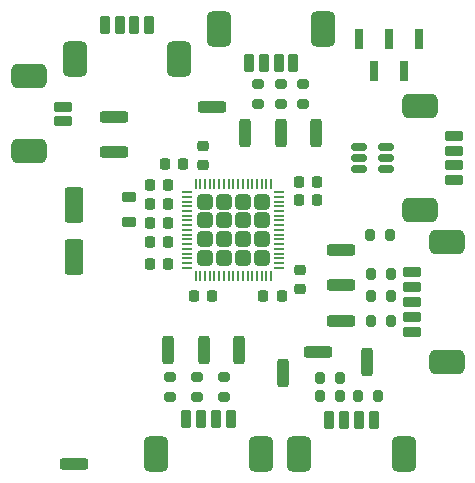
<source format=gbr>
%TF.GenerationSoftware,KiCad,Pcbnew,8.0.5*%
%TF.CreationDate,2024-12-30T22:32:32+01:00*%
%TF.ProjectId,DigitalAudioProcessor,44696769-7461-46c4-9175-64696f50726f,rev?*%
%TF.SameCoordinates,Original*%
%TF.FileFunction,Paste,Top*%
%TF.FilePolarity,Positive*%
%FSLAX46Y46*%
G04 Gerber Fmt 4.6, Leading zero omitted, Abs format (unit mm)*
G04 Created by KiCad (PCBNEW 8.0.5) date 2024-12-30 22:32:32*
%MOMM*%
%LPD*%
G01*
G04 APERTURE LIST*
G04 Aperture macros list*
%AMRoundRect*
0 Rectangle with rounded corners*
0 $1 Rounding radius*
0 $2 $3 $4 $5 $6 $7 $8 $9 X,Y pos of 4 corners*
0 Add a 4 corners polygon primitive as box body*
4,1,4,$2,$3,$4,$5,$6,$7,$8,$9,$2,$3,0*
0 Add four circle primitives for the rounded corners*
1,1,$1+$1,$2,$3*
1,1,$1+$1,$4,$5*
1,1,$1+$1,$6,$7*
1,1,$1+$1,$8,$9*
0 Add four rect primitives between the rounded corners*
20,1,$1+$1,$2,$3,$4,$5,0*
20,1,$1+$1,$4,$5,$6,$7,0*
20,1,$1+$1,$6,$7,$8,$9,0*
20,1,$1+$1,$8,$9,$2,$3,0*%
G04 Aperture macros list end*
%ADD10RoundRect,0.062500X-0.062500X-0.400000X0.062500X-0.400000X0.062500X0.400000X-0.062500X0.400000X0*%
%ADD11RoundRect,0.062500X-0.400000X-0.062500X0.400000X-0.062500X0.400000X0.062500X-0.400000X0.062500X0*%
%ADD12RoundRect,0.249999X-0.395001X-0.395001X0.395001X-0.395001X0.395001X0.395001X-0.395001X0.395001X0*%
%ADD13RoundRect,0.150000X0.512500X0.150000X-0.512500X0.150000X-0.512500X-0.150000X0.512500X-0.150000X0*%
%ADD14RoundRect,0.237500X-0.987500X-0.237500X0.987500X-0.237500X0.987500X0.237500X-0.987500X0.237500X0*%
%ADD15RoundRect,0.237500X-0.237500X0.987500X-0.237500X-0.987500X0.237500X-0.987500X0.237500X0.987500X0*%
%ADD16RoundRect,0.237500X0.237500X-0.987500X0.237500X0.987500X-0.237500X0.987500X-0.237500X-0.987500X0*%
%ADD17RoundRect,0.237500X0.987500X0.237500X-0.987500X0.237500X-0.987500X-0.237500X0.987500X-0.237500X0*%
%ADD18RoundRect,0.200000X-0.200000X-0.275000X0.200000X-0.275000X0.200000X0.275000X-0.200000X0.275000X0*%
%ADD19RoundRect,0.200000X0.200000X0.275000X-0.200000X0.275000X-0.200000X-0.275000X0.200000X-0.275000X0*%
%ADD20RoundRect,0.200000X0.275000X-0.200000X0.275000X0.200000X-0.275000X0.200000X-0.275000X-0.200000X0*%
%ADD21RoundRect,0.200000X-0.275000X0.200000X-0.275000X-0.200000X0.275000X-0.200000X0.275000X0.200000X0*%
%ADD22RoundRect,0.218750X0.381250X-0.218750X0.381250X0.218750X-0.381250X0.218750X-0.381250X-0.218750X0*%
%ADD23RoundRect,0.200000X-0.600000X0.200000X-0.600000X-0.200000X0.600000X-0.200000X0.600000X0.200000X0*%
%ADD24RoundRect,0.525000X-0.975000X0.525000X-0.975000X-0.525000X0.975000X-0.525000X0.975000X0.525000X0*%
%ADD25RoundRect,0.525000X-0.525000X-0.975000X0.525000X-0.975000X0.525000X0.975000X-0.525000X0.975000X0*%
%ADD26RoundRect,0.200000X-0.200000X-0.600000X0.200000X-0.600000X0.200000X0.600000X-0.200000X0.600000X0*%
%ADD27RoundRect,0.525000X0.525000X0.975000X-0.525000X0.975000X-0.525000X-0.975000X0.525000X-0.975000X0*%
%ADD28RoundRect,0.200000X0.200000X0.600000X-0.200000X0.600000X-0.200000X-0.600000X0.200000X-0.600000X0*%
%ADD29RoundRect,0.525000X0.975000X-0.525000X0.975000X0.525000X-0.975000X0.525000X-0.975000X-0.525000X0*%
%ADD30RoundRect,0.200000X0.600000X-0.200000X0.600000X0.200000X-0.600000X0.200000X-0.600000X-0.200000X0*%
%ADD31R,0.650000X1.800000*%
%ADD32RoundRect,0.250000X-0.550000X1.250000X-0.550000X-1.250000X0.550000X-1.250000X0.550000X1.250000X0*%
%ADD33RoundRect,0.225000X0.250000X-0.225000X0.250000X0.225000X-0.250000X0.225000X-0.250000X-0.225000X0*%
%ADD34RoundRect,0.225000X-0.225000X-0.250000X0.225000X-0.250000X0.225000X0.250000X-0.225000X0.250000X0*%
%ADD35RoundRect,0.225000X0.225000X0.250000X-0.225000X0.250000X-0.225000X-0.250000X0.225000X-0.250000X0*%
G04 APERTURE END LIST*
D10*
%TO.C,U3*%
X146500000Y-95112500D03*
X146900000Y-95112500D03*
X147300000Y-95112500D03*
X147700000Y-95112500D03*
X148100000Y-95112500D03*
X148500000Y-95112500D03*
X148900000Y-95112500D03*
X149300000Y-95112500D03*
X149700000Y-95112500D03*
X150100000Y-95112500D03*
X150500000Y-95112500D03*
X150900000Y-95112500D03*
X151300000Y-95112500D03*
X151700000Y-95112500D03*
X152100000Y-95112500D03*
X152500000Y-95112500D03*
X152900000Y-95112500D03*
D11*
X153587500Y-95800000D03*
X153587500Y-96200000D03*
X153587500Y-96600000D03*
X153587500Y-97000000D03*
X153587500Y-97400000D03*
X153587500Y-97800000D03*
X153587500Y-98200000D03*
X153587500Y-98600000D03*
X153587500Y-99000000D03*
X153587500Y-99400000D03*
X153587500Y-99800000D03*
X153587500Y-100200000D03*
X153587500Y-100600000D03*
X153587500Y-101000000D03*
X153587500Y-101400000D03*
X153587500Y-101800000D03*
X153587500Y-102200000D03*
D10*
X152900000Y-102887500D03*
X152500000Y-102887500D03*
X152100000Y-102887500D03*
X151700000Y-102887500D03*
X151300000Y-102887500D03*
X150900000Y-102887500D03*
X150500000Y-102887500D03*
X150100000Y-102887500D03*
X149700000Y-102887500D03*
X149300000Y-102887500D03*
X148900000Y-102887500D03*
X148500000Y-102887500D03*
X148100000Y-102887500D03*
X147700000Y-102887500D03*
X147300000Y-102887500D03*
X146900000Y-102887500D03*
X146500000Y-102887500D03*
D11*
X145812500Y-102200000D03*
X145812500Y-101800000D03*
X145812500Y-101400000D03*
X145812500Y-101000000D03*
X145812500Y-100600000D03*
X145812500Y-100200000D03*
X145812500Y-99800000D03*
X145812500Y-99400000D03*
X145812500Y-99000000D03*
X145812500Y-98600000D03*
X145812500Y-98200000D03*
X145812500Y-97800000D03*
X145812500Y-97400000D03*
X145812500Y-97000000D03*
X145812500Y-96600000D03*
X145812500Y-96200000D03*
X145812500Y-95800000D03*
D12*
X152100000Y-101400000D03*
X152100000Y-99800000D03*
X152100000Y-98200000D03*
X152100000Y-96600000D03*
X150500000Y-101400000D03*
X150500000Y-99800000D03*
X150500000Y-98200000D03*
X150500000Y-96600000D03*
X148900000Y-101400000D03*
X148900000Y-99800000D03*
X148900000Y-98200000D03*
X148900000Y-96600000D03*
X147300000Y-101400000D03*
X147300000Y-99800000D03*
X147300000Y-98200000D03*
X147300000Y-96600000D03*
%TD*%
D13*
%TO.C,U2*%
X160362500Y-93850000D03*
X160362500Y-92900000D03*
X160362500Y-91950000D03*
X162637500Y-91950000D03*
X162637500Y-92900000D03*
X162637500Y-93850000D03*
%TD*%
D14*
%TO.C,TP16*%
X156900000Y-109300000D03*
%TD*%
D15*
%TO.C,TP15*%
X161000000Y-110200000D03*
%TD*%
%TO.C,TP14*%
X153900000Y-111100000D03*
%TD*%
D14*
%TO.C,TP13*%
X139600000Y-92400000D03*
%TD*%
%TO.C,TP12*%
X139600000Y-89400000D03*
%TD*%
%TO.C,TP11*%
X147900000Y-88600000D03*
%TD*%
D16*
%TO.C,TP10*%
X156700000Y-90800000D03*
%TD*%
%TO.C,TP9*%
X150700000Y-90800000D03*
%TD*%
%TO.C,TP8*%
X153700000Y-90800000D03*
%TD*%
D17*
%TO.C,TP7*%
X136200000Y-118800000D03*
%TD*%
D15*
%TO.C,TP6*%
X144200000Y-109200000D03*
%TD*%
%TO.C,TP5*%
X150200000Y-109200000D03*
%TD*%
%TO.C,TP4*%
X147200000Y-109200000D03*
%TD*%
D14*
%TO.C,TP3*%
X158800000Y-106700000D03*
%TD*%
%TO.C,TP2*%
X158800000Y-103700000D03*
%TD*%
%TO.C,TP1*%
X158800000Y-100700000D03*
%TD*%
D18*
%TO.C,R14*%
X157075000Y-113100000D03*
X158725000Y-113100000D03*
%TD*%
D19*
%TO.C,R13*%
X161925000Y-113100000D03*
X160275000Y-113100000D03*
%TD*%
D18*
%TO.C,R12*%
X157075000Y-111500000D03*
X158725000Y-111500000D03*
%TD*%
D20*
%TO.C,R11*%
X155600000Y-88325000D03*
X155600000Y-86675000D03*
%TD*%
%TO.C,R10*%
X151800000Y-88325000D03*
X151800000Y-86675000D03*
%TD*%
%TO.C,R9*%
X153700000Y-88325000D03*
X153700000Y-86675000D03*
%TD*%
D21*
%TO.C,R8*%
X144300000Y-111475000D03*
X144300000Y-113125000D03*
%TD*%
%TO.C,R7*%
X148900000Y-111475000D03*
X148900000Y-113125000D03*
%TD*%
%TO.C,R6*%
X146600000Y-111475000D03*
X146600000Y-113125000D03*
%TD*%
D18*
%TO.C,R5*%
X161375000Y-106700000D03*
X163025000Y-106700000D03*
%TD*%
%TO.C,R4*%
X161375000Y-104600000D03*
X163025000Y-104600000D03*
%TD*%
%TO.C,R3*%
X161375000Y-102700000D03*
X163025000Y-102700000D03*
%TD*%
%TO.C,R2*%
X161275000Y-99400000D03*
X162925000Y-99400000D03*
%TD*%
D22*
%TO.C,L1*%
X140900000Y-98362500D03*
X140900000Y-96237500D03*
%TD*%
D23*
%TO.C,J8*%
X135300000Y-89800000D03*
X135300000Y-88550000D03*
D24*
X132400000Y-86000000D03*
X132400000Y-92350000D03*
%TD*%
D25*
%TO.C,J7*%
X164125000Y-117950000D03*
X155275000Y-117950000D03*
D26*
X157825000Y-115050000D03*
X159075000Y-115050000D03*
X160325000Y-115050000D03*
X161575000Y-115050000D03*
%TD*%
D25*
%TO.C,J6*%
X145125000Y-84550000D03*
X136275000Y-84550000D03*
D26*
X138825000Y-81650000D03*
X140075000Y-81650000D03*
X141325000Y-81650000D03*
X142575000Y-81650000D03*
%TD*%
D27*
%TO.C,J5*%
X148475000Y-81950000D03*
X157325000Y-81950000D03*
D28*
X154775000Y-84850000D03*
X153525000Y-84850000D03*
X152275000Y-84850000D03*
X151025000Y-84850000D03*
%TD*%
D23*
%TO.C,J4*%
X168362500Y-94775000D03*
X168362500Y-93525000D03*
X168362500Y-92275000D03*
X168362500Y-91025000D03*
D24*
X165462500Y-88475000D03*
X165462500Y-97325000D03*
%TD*%
D25*
%TO.C,J3*%
X152025000Y-117937500D03*
X143175000Y-117937500D03*
D26*
X145725000Y-115037500D03*
X146975000Y-115037500D03*
X148225000Y-115037500D03*
X149475000Y-115037500D03*
%TD*%
D29*
%TO.C,J2*%
X167750000Y-100050000D03*
X167750000Y-110150000D03*
D30*
X164850000Y-107600000D03*
X164850000Y-106350000D03*
X164850000Y-105100000D03*
X164850000Y-103850000D03*
X164850000Y-102600000D03*
%TD*%
D31*
%TO.C,J1*%
X165440000Y-82850000D03*
X164170000Y-85550000D03*
X162900000Y-82850000D03*
X161630000Y-85550000D03*
X160360000Y-82850000D03*
%TD*%
D32*
%TO.C,C22*%
X136200000Y-101300000D03*
X136200000Y-96900000D03*
%TD*%
D33*
%TO.C,C21*%
X147100000Y-93475000D03*
X147100000Y-91925000D03*
%TD*%
D34*
%TO.C,C20*%
X155225000Y-96500000D03*
X156775000Y-96500000D03*
%TD*%
%TO.C,C19*%
X152225000Y-104600000D03*
X153775000Y-104600000D03*
%TD*%
D35*
%TO.C,C18*%
X144175000Y-96800000D03*
X142625000Y-96800000D03*
%TD*%
D34*
%TO.C,C12*%
X142625000Y-98400000D03*
X144175000Y-98400000D03*
%TD*%
%TO.C,C11*%
X142625000Y-101900000D03*
X144175000Y-101900000D03*
%TD*%
%TO.C,C10*%
X143925000Y-93400000D03*
X145475000Y-93400000D03*
%TD*%
D35*
%TO.C,C9*%
X156775000Y-94900000D03*
X155225000Y-94900000D03*
%TD*%
D33*
%TO.C,C8*%
X155300000Y-103975000D03*
X155300000Y-102425000D03*
%TD*%
D34*
%TO.C,C7*%
X142625000Y-95200000D03*
X144175000Y-95200000D03*
%TD*%
%TO.C,C4*%
X146325000Y-104600000D03*
X147875000Y-104600000D03*
%TD*%
%TO.C,C3*%
X142625000Y-100000000D03*
X144175000Y-100000000D03*
%TD*%
M02*

</source>
